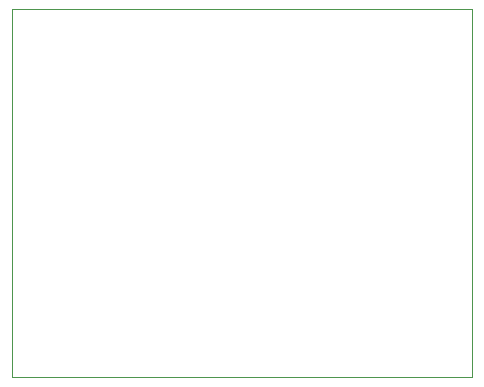
<source format=gm1>
G04 #@! TF.GenerationSoftware,KiCad,Pcbnew,(5.1.6)-1*
G04 #@! TF.CreationDate,2022-03-29T00:17:24+01:00*
G04 #@! TF.ProjectId,hswatch,68737761-7463-4682-9e6b-696361645f70,v1.1*
G04 #@! TF.SameCoordinates,Original*
G04 #@! TF.FileFunction,Profile,NP*
%FSLAX46Y46*%
G04 Gerber Fmt 4.6, Leading zero omitted, Abs format (unit mm)*
G04 Created by KiCad (PCBNEW (5.1.6)-1) date 2022-03-29 00:17:24*
%MOMM*%
%LPD*%
G01*
G04 APERTURE LIST*
G04 #@! TA.AperFunction,Profile*
%ADD10C,0.050000*%
G04 #@! TD*
G04 APERTURE END LIST*
D10*
X120000000Y-111200000D02*
X120000000Y-80000000D01*
X159000000Y-111200000D02*
X120000000Y-111200000D01*
X159000000Y-80000000D02*
X159000000Y-111200000D01*
X120000000Y-80000000D02*
X159000000Y-80000000D01*
M02*

</source>
